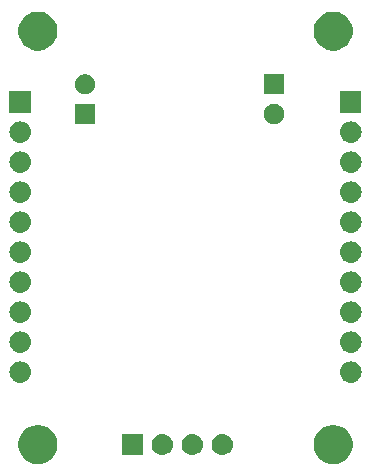
<source format=gbr>
G04 #@! TF.GenerationSoftware,KiCad,Pcbnew,5.1.2-1.fc30*
G04 #@! TF.CreationDate,2019-06-09T13:39:02+09:00*
G04 #@! TF.ProjectId,driver,64726976-6572-42e6-9b69-6361645f7063,rev?*
G04 #@! TF.SameCoordinates,Original*
G04 #@! TF.FileFunction,Soldermask,Bot*
G04 #@! TF.FilePolarity,Negative*
%FSLAX46Y46*%
G04 Gerber Fmt 4.6, Leading zero omitted, Abs format (unit mm)*
G04 Created by KiCad (PCBNEW 5.1.2-1.fc30) date 2019-06-09 13:39:02*
%MOMM*%
%LPD*%
G04 APERTURE LIST*
%ADD10C,0.100000*%
G04 APERTURE END LIST*
D10*
G36*
X158375256Y-92391298D02*
G01*
X158481579Y-92412447D01*
X158782042Y-92536903D01*
X159052451Y-92717585D01*
X159282415Y-92947549D01*
X159463097Y-93217958D01*
X159587553Y-93518421D01*
X159651000Y-93837391D01*
X159651000Y-94162609D01*
X159587553Y-94481579D01*
X159463097Y-94782042D01*
X159282415Y-95052451D01*
X159052451Y-95282415D01*
X158782042Y-95463097D01*
X158481579Y-95587553D01*
X158375256Y-95608702D01*
X158162611Y-95651000D01*
X157837389Y-95651000D01*
X157624744Y-95608702D01*
X157518421Y-95587553D01*
X157217958Y-95463097D01*
X156947549Y-95282415D01*
X156717585Y-95052451D01*
X156536903Y-94782042D01*
X156412447Y-94481579D01*
X156349000Y-94162609D01*
X156349000Y-93837391D01*
X156412447Y-93518421D01*
X156536903Y-93217958D01*
X156717585Y-92947549D01*
X156947549Y-92717585D01*
X157217958Y-92536903D01*
X157518421Y-92412447D01*
X157624744Y-92391298D01*
X157837389Y-92349000D01*
X158162611Y-92349000D01*
X158375256Y-92391298D01*
X158375256Y-92391298D01*
G37*
G36*
X133375256Y-92391298D02*
G01*
X133481579Y-92412447D01*
X133782042Y-92536903D01*
X134052451Y-92717585D01*
X134282415Y-92947549D01*
X134463097Y-93217958D01*
X134587553Y-93518421D01*
X134651000Y-93837391D01*
X134651000Y-94162609D01*
X134587553Y-94481579D01*
X134463097Y-94782042D01*
X134282415Y-95052451D01*
X134052451Y-95282415D01*
X133782042Y-95463097D01*
X133481579Y-95587553D01*
X133375256Y-95608702D01*
X133162611Y-95651000D01*
X132837389Y-95651000D01*
X132624744Y-95608702D01*
X132518421Y-95587553D01*
X132217958Y-95463097D01*
X131947549Y-95282415D01*
X131717585Y-95052451D01*
X131536903Y-94782042D01*
X131412447Y-94481579D01*
X131349000Y-94162609D01*
X131349000Y-93837391D01*
X131412447Y-93518421D01*
X131536903Y-93217958D01*
X131717585Y-92947549D01*
X131947549Y-92717585D01*
X132217958Y-92536903D01*
X132518421Y-92412447D01*
X132624744Y-92391298D01*
X132837389Y-92349000D01*
X133162611Y-92349000D01*
X133375256Y-92391298D01*
X133375256Y-92391298D01*
G37*
G36*
X148730442Y-93105518D02*
G01*
X148796627Y-93112037D01*
X148966466Y-93163557D01*
X149122991Y-93247222D01*
X149158729Y-93276552D01*
X149260186Y-93359814D01*
X149343448Y-93461271D01*
X149372778Y-93497009D01*
X149456443Y-93653534D01*
X149507963Y-93823373D01*
X149525359Y-94000000D01*
X149507963Y-94176627D01*
X149456443Y-94346466D01*
X149372778Y-94502991D01*
X149343448Y-94538729D01*
X149260186Y-94640186D01*
X149158729Y-94723448D01*
X149122991Y-94752778D01*
X148966466Y-94836443D01*
X148796627Y-94887963D01*
X148730443Y-94894481D01*
X148664260Y-94901000D01*
X148575740Y-94901000D01*
X148509557Y-94894481D01*
X148443373Y-94887963D01*
X148273534Y-94836443D01*
X148117009Y-94752778D01*
X148081271Y-94723448D01*
X147979814Y-94640186D01*
X147896552Y-94538729D01*
X147867222Y-94502991D01*
X147783557Y-94346466D01*
X147732037Y-94176627D01*
X147714641Y-94000000D01*
X147732037Y-93823373D01*
X147783557Y-93653534D01*
X147867222Y-93497009D01*
X147896552Y-93461271D01*
X147979814Y-93359814D01*
X148081271Y-93276552D01*
X148117009Y-93247222D01*
X148273534Y-93163557D01*
X148443373Y-93112037D01*
X148509557Y-93105519D01*
X148575740Y-93099000D01*
X148664260Y-93099000D01*
X148730442Y-93105518D01*
X148730442Y-93105518D01*
G37*
G36*
X141901000Y-94901000D02*
G01*
X140099000Y-94901000D01*
X140099000Y-93099000D01*
X141901000Y-93099000D01*
X141901000Y-94901000D01*
X141901000Y-94901000D01*
G37*
G36*
X143650442Y-93105518D02*
G01*
X143716627Y-93112037D01*
X143886466Y-93163557D01*
X144042991Y-93247222D01*
X144078729Y-93276552D01*
X144180186Y-93359814D01*
X144263448Y-93461271D01*
X144292778Y-93497009D01*
X144376443Y-93653534D01*
X144427963Y-93823373D01*
X144445359Y-94000000D01*
X144427963Y-94176627D01*
X144376443Y-94346466D01*
X144292778Y-94502991D01*
X144263448Y-94538729D01*
X144180186Y-94640186D01*
X144078729Y-94723448D01*
X144042991Y-94752778D01*
X143886466Y-94836443D01*
X143716627Y-94887963D01*
X143650443Y-94894481D01*
X143584260Y-94901000D01*
X143495740Y-94901000D01*
X143429557Y-94894481D01*
X143363373Y-94887963D01*
X143193534Y-94836443D01*
X143037009Y-94752778D01*
X143001271Y-94723448D01*
X142899814Y-94640186D01*
X142816552Y-94538729D01*
X142787222Y-94502991D01*
X142703557Y-94346466D01*
X142652037Y-94176627D01*
X142634641Y-94000000D01*
X142652037Y-93823373D01*
X142703557Y-93653534D01*
X142787222Y-93497009D01*
X142816552Y-93461271D01*
X142899814Y-93359814D01*
X143001271Y-93276552D01*
X143037009Y-93247222D01*
X143193534Y-93163557D01*
X143363373Y-93112037D01*
X143429557Y-93105519D01*
X143495740Y-93099000D01*
X143584260Y-93099000D01*
X143650442Y-93105518D01*
X143650442Y-93105518D01*
G37*
G36*
X146190442Y-93105518D02*
G01*
X146256627Y-93112037D01*
X146426466Y-93163557D01*
X146582991Y-93247222D01*
X146618729Y-93276552D01*
X146720186Y-93359814D01*
X146803448Y-93461271D01*
X146832778Y-93497009D01*
X146916443Y-93653534D01*
X146967963Y-93823373D01*
X146985359Y-94000000D01*
X146967963Y-94176627D01*
X146916443Y-94346466D01*
X146832778Y-94502991D01*
X146803448Y-94538729D01*
X146720186Y-94640186D01*
X146618729Y-94723448D01*
X146582991Y-94752778D01*
X146426466Y-94836443D01*
X146256627Y-94887963D01*
X146190443Y-94894481D01*
X146124260Y-94901000D01*
X146035740Y-94901000D01*
X145969557Y-94894481D01*
X145903373Y-94887963D01*
X145733534Y-94836443D01*
X145577009Y-94752778D01*
X145541271Y-94723448D01*
X145439814Y-94640186D01*
X145356552Y-94538729D01*
X145327222Y-94502991D01*
X145243557Y-94346466D01*
X145192037Y-94176627D01*
X145174641Y-94000000D01*
X145192037Y-93823373D01*
X145243557Y-93653534D01*
X145327222Y-93497009D01*
X145356552Y-93461271D01*
X145439814Y-93359814D01*
X145541271Y-93276552D01*
X145577009Y-93247222D01*
X145733534Y-93163557D01*
X145903373Y-93112037D01*
X145969557Y-93105519D01*
X146035740Y-93099000D01*
X146124260Y-93099000D01*
X146190442Y-93105518D01*
X146190442Y-93105518D01*
G37*
G36*
X131610442Y-86965518D02*
G01*
X131676627Y-86972037D01*
X131846466Y-87023557D01*
X132002991Y-87107222D01*
X132038729Y-87136552D01*
X132140186Y-87219814D01*
X132223448Y-87321271D01*
X132252778Y-87357009D01*
X132336443Y-87513534D01*
X132387963Y-87683373D01*
X132405359Y-87860000D01*
X132387963Y-88036627D01*
X132336443Y-88206466D01*
X132252778Y-88362991D01*
X132223448Y-88398729D01*
X132140186Y-88500186D01*
X132038729Y-88583448D01*
X132002991Y-88612778D01*
X131846466Y-88696443D01*
X131676627Y-88747963D01*
X131610443Y-88754481D01*
X131544260Y-88761000D01*
X131455740Y-88761000D01*
X131389557Y-88754481D01*
X131323373Y-88747963D01*
X131153534Y-88696443D01*
X130997009Y-88612778D01*
X130961271Y-88583448D01*
X130859814Y-88500186D01*
X130776552Y-88398729D01*
X130747222Y-88362991D01*
X130663557Y-88206466D01*
X130612037Y-88036627D01*
X130594641Y-87860000D01*
X130612037Y-87683373D01*
X130663557Y-87513534D01*
X130747222Y-87357009D01*
X130776552Y-87321271D01*
X130859814Y-87219814D01*
X130961271Y-87136552D01*
X130997009Y-87107222D01*
X131153534Y-87023557D01*
X131323373Y-86972037D01*
X131389558Y-86965518D01*
X131455740Y-86959000D01*
X131544260Y-86959000D01*
X131610442Y-86965518D01*
X131610442Y-86965518D01*
G37*
G36*
X159610442Y-86965518D02*
G01*
X159676627Y-86972037D01*
X159846466Y-87023557D01*
X160002991Y-87107222D01*
X160038729Y-87136552D01*
X160140186Y-87219814D01*
X160223448Y-87321271D01*
X160252778Y-87357009D01*
X160336443Y-87513534D01*
X160387963Y-87683373D01*
X160405359Y-87860000D01*
X160387963Y-88036627D01*
X160336443Y-88206466D01*
X160252778Y-88362991D01*
X160223448Y-88398729D01*
X160140186Y-88500186D01*
X160038729Y-88583448D01*
X160002991Y-88612778D01*
X159846466Y-88696443D01*
X159676627Y-88747963D01*
X159610443Y-88754481D01*
X159544260Y-88761000D01*
X159455740Y-88761000D01*
X159389557Y-88754481D01*
X159323373Y-88747963D01*
X159153534Y-88696443D01*
X158997009Y-88612778D01*
X158961271Y-88583448D01*
X158859814Y-88500186D01*
X158776552Y-88398729D01*
X158747222Y-88362991D01*
X158663557Y-88206466D01*
X158612037Y-88036627D01*
X158594641Y-87860000D01*
X158612037Y-87683373D01*
X158663557Y-87513534D01*
X158747222Y-87357009D01*
X158776552Y-87321271D01*
X158859814Y-87219814D01*
X158961271Y-87136552D01*
X158997009Y-87107222D01*
X159153534Y-87023557D01*
X159323373Y-86972037D01*
X159389558Y-86965518D01*
X159455740Y-86959000D01*
X159544260Y-86959000D01*
X159610442Y-86965518D01*
X159610442Y-86965518D01*
G37*
G36*
X131610443Y-84425519D02*
G01*
X131676627Y-84432037D01*
X131846466Y-84483557D01*
X132002991Y-84567222D01*
X132038729Y-84596552D01*
X132140186Y-84679814D01*
X132223448Y-84781271D01*
X132252778Y-84817009D01*
X132336443Y-84973534D01*
X132387963Y-85143373D01*
X132405359Y-85320000D01*
X132387963Y-85496627D01*
X132336443Y-85666466D01*
X132252778Y-85822991D01*
X132223448Y-85858729D01*
X132140186Y-85960186D01*
X132038729Y-86043448D01*
X132002991Y-86072778D01*
X131846466Y-86156443D01*
X131676627Y-86207963D01*
X131610442Y-86214482D01*
X131544260Y-86221000D01*
X131455740Y-86221000D01*
X131389558Y-86214482D01*
X131323373Y-86207963D01*
X131153534Y-86156443D01*
X130997009Y-86072778D01*
X130961271Y-86043448D01*
X130859814Y-85960186D01*
X130776552Y-85858729D01*
X130747222Y-85822991D01*
X130663557Y-85666466D01*
X130612037Y-85496627D01*
X130594641Y-85320000D01*
X130612037Y-85143373D01*
X130663557Y-84973534D01*
X130747222Y-84817009D01*
X130776552Y-84781271D01*
X130859814Y-84679814D01*
X130961271Y-84596552D01*
X130997009Y-84567222D01*
X131153534Y-84483557D01*
X131323373Y-84432037D01*
X131389557Y-84425519D01*
X131455740Y-84419000D01*
X131544260Y-84419000D01*
X131610443Y-84425519D01*
X131610443Y-84425519D01*
G37*
G36*
X159610443Y-84425519D02*
G01*
X159676627Y-84432037D01*
X159846466Y-84483557D01*
X160002991Y-84567222D01*
X160038729Y-84596552D01*
X160140186Y-84679814D01*
X160223448Y-84781271D01*
X160252778Y-84817009D01*
X160336443Y-84973534D01*
X160387963Y-85143373D01*
X160405359Y-85320000D01*
X160387963Y-85496627D01*
X160336443Y-85666466D01*
X160252778Y-85822991D01*
X160223448Y-85858729D01*
X160140186Y-85960186D01*
X160038729Y-86043448D01*
X160002991Y-86072778D01*
X159846466Y-86156443D01*
X159676627Y-86207963D01*
X159610442Y-86214482D01*
X159544260Y-86221000D01*
X159455740Y-86221000D01*
X159389558Y-86214482D01*
X159323373Y-86207963D01*
X159153534Y-86156443D01*
X158997009Y-86072778D01*
X158961271Y-86043448D01*
X158859814Y-85960186D01*
X158776552Y-85858729D01*
X158747222Y-85822991D01*
X158663557Y-85666466D01*
X158612037Y-85496627D01*
X158594641Y-85320000D01*
X158612037Y-85143373D01*
X158663557Y-84973534D01*
X158747222Y-84817009D01*
X158776552Y-84781271D01*
X158859814Y-84679814D01*
X158961271Y-84596552D01*
X158997009Y-84567222D01*
X159153534Y-84483557D01*
X159323373Y-84432037D01*
X159389557Y-84425519D01*
X159455740Y-84419000D01*
X159544260Y-84419000D01*
X159610443Y-84425519D01*
X159610443Y-84425519D01*
G37*
G36*
X159610442Y-81885518D02*
G01*
X159676627Y-81892037D01*
X159846466Y-81943557D01*
X160002991Y-82027222D01*
X160038729Y-82056552D01*
X160140186Y-82139814D01*
X160223448Y-82241271D01*
X160252778Y-82277009D01*
X160336443Y-82433534D01*
X160387963Y-82603373D01*
X160405359Y-82780000D01*
X160387963Y-82956627D01*
X160336443Y-83126466D01*
X160252778Y-83282991D01*
X160223448Y-83318729D01*
X160140186Y-83420186D01*
X160038729Y-83503448D01*
X160002991Y-83532778D01*
X159846466Y-83616443D01*
X159676627Y-83667963D01*
X159610442Y-83674482D01*
X159544260Y-83681000D01*
X159455740Y-83681000D01*
X159389558Y-83674482D01*
X159323373Y-83667963D01*
X159153534Y-83616443D01*
X158997009Y-83532778D01*
X158961271Y-83503448D01*
X158859814Y-83420186D01*
X158776552Y-83318729D01*
X158747222Y-83282991D01*
X158663557Y-83126466D01*
X158612037Y-82956627D01*
X158594641Y-82780000D01*
X158612037Y-82603373D01*
X158663557Y-82433534D01*
X158747222Y-82277009D01*
X158776552Y-82241271D01*
X158859814Y-82139814D01*
X158961271Y-82056552D01*
X158997009Y-82027222D01*
X159153534Y-81943557D01*
X159323373Y-81892037D01*
X159389558Y-81885518D01*
X159455740Y-81879000D01*
X159544260Y-81879000D01*
X159610442Y-81885518D01*
X159610442Y-81885518D01*
G37*
G36*
X131610442Y-81885518D02*
G01*
X131676627Y-81892037D01*
X131846466Y-81943557D01*
X132002991Y-82027222D01*
X132038729Y-82056552D01*
X132140186Y-82139814D01*
X132223448Y-82241271D01*
X132252778Y-82277009D01*
X132336443Y-82433534D01*
X132387963Y-82603373D01*
X132405359Y-82780000D01*
X132387963Y-82956627D01*
X132336443Y-83126466D01*
X132252778Y-83282991D01*
X132223448Y-83318729D01*
X132140186Y-83420186D01*
X132038729Y-83503448D01*
X132002991Y-83532778D01*
X131846466Y-83616443D01*
X131676627Y-83667963D01*
X131610442Y-83674482D01*
X131544260Y-83681000D01*
X131455740Y-83681000D01*
X131389558Y-83674482D01*
X131323373Y-83667963D01*
X131153534Y-83616443D01*
X130997009Y-83532778D01*
X130961271Y-83503448D01*
X130859814Y-83420186D01*
X130776552Y-83318729D01*
X130747222Y-83282991D01*
X130663557Y-83126466D01*
X130612037Y-82956627D01*
X130594641Y-82780000D01*
X130612037Y-82603373D01*
X130663557Y-82433534D01*
X130747222Y-82277009D01*
X130776552Y-82241271D01*
X130859814Y-82139814D01*
X130961271Y-82056552D01*
X130997009Y-82027222D01*
X131153534Y-81943557D01*
X131323373Y-81892037D01*
X131389558Y-81885518D01*
X131455740Y-81879000D01*
X131544260Y-81879000D01*
X131610442Y-81885518D01*
X131610442Y-81885518D01*
G37*
G36*
X131610442Y-79345518D02*
G01*
X131676627Y-79352037D01*
X131846466Y-79403557D01*
X132002991Y-79487222D01*
X132038729Y-79516552D01*
X132140186Y-79599814D01*
X132223448Y-79701271D01*
X132252778Y-79737009D01*
X132336443Y-79893534D01*
X132387963Y-80063373D01*
X132405359Y-80240000D01*
X132387963Y-80416627D01*
X132336443Y-80586466D01*
X132252778Y-80742991D01*
X132223448Y-80778729D01*
X132140186Y-80880186D01*
X132038729Y-80963448D01*
X132002991Y-80992778D01*
X131846466Y-81076443D01*
X131676627Y-81127963D01*
X131610442Y-81134482D01*
X131544260Y-81141000D01*
X131455740Y-81141000D01*
X131389558Y-81134482D01*
X131323373Y-81127963D01*
X131153534Y-81076443D01*
X130997009Y-80992778D01*
X130961271Y-80963448D01*
X130859814Y-80880186D01*
X130776552Y-80778729D01*
X130747222Y-80742991D01*
X130663557Y-80586466D01*
X130612037Y-80416627D01*
X130594641Y-80240000D01*
X130612037Y-80063373D01*
X130663557Y-79893534D01*
X130747222Y-79737009D01*
X130776552Y-79701271D01*
X130859814Y-79599814D01*
X130961271Y-79516552D01*
X130997009Y-79487222D01*
X131153534Y-79403557D01*
X131323373Y-79352037D01*
X131389558Y-79345518D01*
X131455740Y-79339000D01*
X131544260Y-79339000D01*
X131610442Y-79345518D01*
X131610442Y-79345518D01*
G37*
G36*
X159610442Y-79345518D02*
G01*
X159676627Y-79352037D01*
X159846466Y-79403557D01*
X160002991Y-79487222D01*
X160038729Y-79516552D01*
X160140186Y-79599814D01*
X160223448Y-79701271D01*
X160252778Y-79737009D01*
X160336443Y-79893534D01*
X160387963Y-80063373D01*
X160405359Y-80240000D01*
X160387963Y-80416627D01*
X160336443Y-80586466D01*
X160252778Y-80742991D01*
X160223448Y-80778729D01*
X160140186Y-80880186D01*
X160038729Y-80963448D01*
X160002991Y-80992778D01*
X159846466Y-81076443D01*
X159676627Y-81127963D01*
X159610442Y-81134482D01*
X159544260Y-81141000D01*
X159455740Y-81141000D01*
X159389558Y-81134482D01*
X159323373Y-81127963D01*
X159153534Y-81076443D01*
X158997009Y-80992778D01*
X158961271Y-80963448D01*
X158859814Y-80880186D01*
X158776552Y-80778729D01*
X158747222Y-80742991D01*
X158663557Y-80586466D01*
X158612037Y-80416627D01*
X158594641Y-80240000D01*
X158612037Y-80063373D01*
X158663557Y-79893534D01*
X158747222Y-79737009D01*
X158776552Y-79701271D01*
X158859814Y-79599814D01*
X158961271Y-79516552D01*
X158997009Y-79487222D01*
X159153534Y-79403557D01*
X159323373Y-79352037D01*
X159389558Y-79345518D01*
X159455740Y-79339000D01*
X159544260Y-79339000D01*
X159610442Y-79345518D01*
X159610442Y-79345518D01*
G37*
G36*
X131610442Y-76805518D02*
G01*
X131676627Y-76812037D01*
X131846466Y-76863557D01*
X132002991Y-76947222D01*
X132038729Y-76976552D01*
X132140186Y-77059814D01*
X132223448Y-77161271D01*
X132252778Y-77197009D01*
X132336443Y-77353534D01*
X132387963Y-77523373D01*
X132405359Y-77700000D01*
X132387963Y-77876627D01*
X132336443Y-78046466D01*
X132252778Y-78202991D01*
X132223448Y-78238729D01*
X132140186Y-78340186D01*
X132038729Y-78423448D01*
X132002991Y-78452778D01*
X131846466Y-78536443D01*
X131676627Y-78587963D01*
X131610443Y-78594481D01*
X131544260Y-78601000D01*
X131455740Y-78601000D01*
X131389557Y-78594481D01*
X131323373Y-78587963D01*
X131153534Y-78536443D01*
X130997009Y-78452778D01*
X130961271Y-78423448D01*
X130859814Y-78340186D01*
X130776552Y-78238729D01*
X130747222Y-78202991D01*
X130663557Y-78046466D01*
X130612037Y-77876627D01*
X130594641Y-77700000D01*
X130612037Y-77523373D01*
X130663557Y-77353534D01*
X130747222Y-77197009D01*
X130776552Y-77161271D01*
X130859814Y-77059814D01*
X130961271Y-76976552D01*
X130997009Y-76947222D01*
X131153534Y-76863557D01*
X131323373Y-76812037D01*
X131389558Y-76805518D01*
X131455740Y-76799000D01*
X131544260Y-76799000D01*
X131610442Y-76805518D01*
X131610442Y-76805518D01*
G37*
G36*
X159610442Y-76805518D02*
G01*
X159676627Y-76812037D01*
X159846466Y-76863557D01*
X160002991Y-76947222D01*
X160038729Y-76976552D01*
X160140186Y-77059814D01*
X160223448Y-77161271D01*
X160252778Y-77197009D01*
X160336443Y-77353534D01*
X160387963Y-77523373D01*
X160405359Y-77700000D01*
X160387963Y-77876627D01*
X160336443Y-78046466D01*
X160252778Y-78202991D01*
X160223448Y-78238729D01*
X160140186Y-78340186D01*
X160038729Y-78423448D01*
X160002991Y-78452778D01*
X159846466Y-78536443D01*
X159676627Y-78587963D01*
X159610443Y-78594481D01*
X159544260Y-78601000D01*
X159455740Y-78601000D01*
X159389557Y-78594481D01*
X159323373Y-78587963D01*
X159153534Y-78536443D01*
X158997009Y-78452778D01*
X158961271Y-78423448D01*
X158859814Y-78340186D01*
X158776552Y-78238729D01*
X158747222Y-78202991D01*
X158663557Y-78046466D01*
X158612037Y-77876627D01*
X158594641Y-77700000D01*
X158612037Y-77523373D01*
X158663557Y-77353534D01*
X158747222Y-77197009D01*
X158776552Y-77161271D01*
X158859814Y-77059814D01*
X158961271Y-76976552D01*
X158997009Y-76947222D01*
X159153534Y-76863557D01*
X159323373Y-76812037D01*
X159389558Y-76805518D01*
X159455740Y-76799000D01*
X159544260Y-76799000D01*
X159610442Y-76805518D01*
X159610442Y-76805518D01*
G37*
G36*
X131610443Y-74265519D02*
G01*
X131676627Y-74272037D01*
X131846466Y-74323557D01*
X132002991Y-74407222D01*
X132038729Y-74436552D01*
X132140186Y-74519814D01*
X132223448Y-74621271D01*
X132252778Y-74657009D01*
X132336443Y-74813534D01*
X132387963Y-74983373D01*
X132405359Y-75160000D01*
X132387963Y-75336627D01*
X132336443Y-75506466D01*
X132252778Y-75662991D01*
X132223448Y-75698729D01*
X132140186Y-75800186D01*
X132038729Y-75883448D01*
X132002991Y-75912778D01*
X131846466Y-75996443D01*
X131676627Y-76047963D01*
X131610442Y-76054482D01*
X131544260Y-76061000D01*
X131455740Y-76061000D01*
X131389558Y-76054482D01*
X131323373Y-76047963D01*
X131153534Y-75996443D01*
X130997009Y-75912778D01*
X130961271Y-75883448D01*
X130859814Y-75800186D01*
X130776552Y-75698729D01*
X130747222Y-75662991D01*
X130663557Y-75506466D01*
X130612037Y-75336627D01*
X130594641Y-75160000D01*
X130612037Y-74983373D01*
X130663557Y-74813534D01*
X130747222Y-74657009D01*
X130776552Y-74621271D01*
X130859814Y-74519814D01*
X130961271Y-74436552D01*
X130997009Y-74407222D01*
X131153534Y-74323557D01*
X131323373Y-74272037D01*
X131389557Y-74265519D01*
X131455740Y-74259000D01*
X131544260Y-74259000D01*
X131610443Y-74265519D01*
X131610443Y-74265519D01*
G37*
G36*
X159610443Y-74265519D02*
G01*
X159676627Y-74272037D01*
X159846466Y-74323557D01*
X160002991Y-74407222D01*
X160038729Y-74436552D01*
X160140186Y-74519814D01*
X160223448Y-74621271D01*
X160252778Y-74657009D01*
X160336443Y-74813534D01*
X160387963Y-74983373D01*
X160405359Y-75160000D01*
X160387963Y-75336627D01*
X160336443Y-75506466D01*
X160252778Y-75662991D01*
X160223448Y-75698729D01*
X160140186Y-75800186D01*
X160038729Y-75883448D01*
X160002991Y-75912778D01*
X159846466Y-75996443D01*
X159676627Y-76047963D01*
X159610442Y-76054482D01*
X159544260Y-76061000D01*
X159455740Y-76061000D01*
X159389558Y-76054482D01*
X159323373Y-76047963D01*
X159153534Y-75996443D01*
X158997009Y-75912778D01*
X158961271Y-75883448D01*
X158859814Y-75800186D01*
X158776552Y-75698729D01*
X158747222Y-75662991D01*
X158663557Y-75506466D01*
X158612037Y-75336627D01*
X158594641Y-75160000D01*
X158612037Y-74983373D01*
X158663557Y-74813534D01*
X158747222Y-74657009D01*
X158776552Y-74621271D01*
X158859814Y-74519814D01*
X158961271Y-74436552D01*
X158997009Y-74407222D01*
X159153534Y-74323557D01*
X159323373Y-74272037D01*
X159389557Y-74265519D01*
X159455740Y-74259000D01*
X159544260Y-74259000D01*
X159610443Y-74265519D01*
X159610443Y-74265519D01*
G37*
G36*
X131610442Y-71725518D02*
G01*
X131676627Y-71732037D01*
X131846466Y-71783557D01*
X132002991Y-71867222D01*
X132038729Y-71896552D01*
X132140186Y-71979814D01*
X132223448Y-72081271D01*
X132252778Y-72117009D01*
X132336443Y-72273534D01*
X132387963Y-72443373D01*
X132405359Y-72620000D01*
X132387963Y-72796627D01*
X132336443Y-72966466D01*
X132252778Y-73122991D01*
X132223448Y-73158729D01*
X132140186Y-73260186D01*
X132038729Y-73343448D01*
X132002991Y-73372778D01*
X131846466Y-73456443D01*
X131676627Y-73507963D01*
X131610443Y-73514481D01*
X131544260Y-73521000D01*
X131455740Y-73521000D01*
X131389557Y-73514481D01*
X131323373Y-73507963D01*
X131153534Y-73456443D01*
X130997009Y-73372778D01*
X130961271Y-73343448D01*
X130859814Y-73260186D01*
X130776552Y-73158729D01*
X130747222Y-73122991D01*
X130663557Y-72966466D01*
X130612037Y-72796627D01*
X130594641Y-72620000D01*
X130612037Y-72443373D01*
X130663557Y-72273534D01*
X130747222Y-72117009D01*
X130776552Y-72081271D01*
X130859814Y-71979814D01*
X130961271Y-71896552D01*
X130997009Y-71867222D01*
X131153534Y-71783557D01*
X131323373Y-71732037D01*
X131389558Y-71725518D01*
X131455740Y-71719000D01*
X131544260Y-71719000D01*
X131610442Y-71725518D01*
X131610442Y-71725518D01*
G37*
G36*
X159610442Y-71725518D02*
G01*
X159676627Y-71732037D01*
X159846466Y-71783557D01*
X160002991Y-71867222D01*
X160038729Y-71896552D01*
X160140186Y-71979814D01*
X160223448Y-72081271D01*
X160252778Y-72117009D01*
X160336443Y-72273534D01*
X160387963Y-72443373D01*
X160405359Y-72620000D01*
X160387963Y-72796627D01*
X160336443Y-72966466D01*
X160252778Y-73122991D01*
X160223448Y-73158729D01*
X160140186Y-73260186D01*
X160038729Y-73343448D01*
X160002991Y-73372778D01*
X159846466Y-73456443D01*
X159676627Y-73507963D01*
X159610443Y-73514481D01*
X159544260Y-73521000D01*
X159455740Y-73521000D01*
X159389557Y-73514481D01*
X159323373Y-73507963D01*
X159153534Y-73456443D01*
X158997009Y-73372778D01*
X158961271Y-73343448D01*
X158859814Y-73260186D01*
X158776552Y-73158729D01*
X158747222Y-73122991D01*
X158663557Y-72966466D01*
X158612037Y-72796627D01*
X158594641Y-72620000D01*
X158612037Y-72443373D01*
X158663557Y-72273534D01*
X158747222Y-72117009D01*
X158776552Y-72081271D01*
X158859814Y-71979814D01*
X158961271Y-71896552D01*
X158997009Y-71867222D01*
X159153534Y-71783557D01*
X159323373Y-71732037D01*
X159389558Y-71725518D01*
X159455740Y-71719000D01*
X159544260Y-71719000D01*
X159610442Y-71725518D01*
X159610442Y-71725518D01*
G37*
G36*
X159610442Y-69185518D02*
G01*
X159676627Y-69192037D01*
X159846466Y-69243557D01*
X160002991Y-69327222D01*
X160038729Y-69356552D01*
X160140186Y-69439814D01*
X160223448Y-69541271D01*
X160252778Y-69577009D01*
X160336443Y-69733534D01*
X160387963Y-69903373D01*
X160405359Y-70080000D01*
X160387963Y-70256627D01*
X160336443Y-70426466D01*
X160252778Y-70582991D01*
X160223448Y-70618729D01*
X160140186Y-70720186D01*
X160038729Y-70803448D01*
X160002991Y-70832778D01*
X159846466Y-70916443D01*
X159676627Y-70967963D01*
X159610442Y-70974482D01*
X159544260Y-70981000D01*
X159455740Y-70981000D01*
X159389558Y-70974482D01*
X159323373Y-70967963D01*
X159153534Y-70916443D01*
X158997009Y-70832778D01*
X158961271Y-70803448D01*
X158859814Y-70720186D01*
X158776552Y-70618729D01*
X158747222Y-70582991D01*
X158663557Y-70426466D01*
X158612037Y-70256627D01*
X158594641Y-70080000D01*
X158612037Y-69903373D01*
X158663557Y-69733534D01*
X158747222Y-69577009D01*
X158776552Y-69541271D01*
X158859814Y-69439814D01*
X158961271Y-69356552D01*
X158997009Y-69327222D01*
X159153534Y-69243557D01*
X159323373Y-69192037D01*
X159389558Y-69185518D01*
X159455740Y-69179000D01*
X159544260Y-69179000D01*
X159610442Y-69185518D01*
X159610442Y-69185518D01*
G37*
G36*
X131610442Y-69185518D02*
G01*
X131676627Y-69192037D01*
X131846466Y-69243557D01*
X132002991Y-69327222D01*
X132038729Y-69356552D01*
X132140186Y-69439814D01*
X132223448Y-69541271D01*
X132252778Y-69577009D01*
X132336443Y-69733534D01*
X132387963Y-69903373D01*
X132405359Y-70080000D01*
X132387963Y-70256627D01*
X132336443Y-70426466D01*
X132252778Y-70582991D01*
X132223448Y-70618729D01*
X132140186Y-70720186D01*
X132038729Y-70803448D01*
X132002991Y-70832778D01*
X131846466Y-70916443D01*
X131676627Y-70967963D01*
X131610442Y-70974482D01*
X131544260Y-70981000D01*
X131455740Y-70981000D01*
X131389558Y-70974482D01*
X131323373Y-70967963D01*
X131153534Y-70916443D01*
X130997009Y-70832778D01*
X130961271Y-70803448D01*
X130859814Y-70720186D01*
X130776552Y-70618729D01*
X130747222Y-70582991D01*
X130663557Y-70426466D01*
X130612037Y-70256627D01*
X130594641Y-70080000D01*
X130612037Y-69903373D01*
X130663557Y-69733534D01*
X130747222Y-69577009D01*
X130776552Y-69541271D01*
X130859814Y-69439814D01*
X130961271Y-69356552D01*
X130997009Y-69327222D01*
X131153534Y-69243557D01*
X131323373Y-69192037D01*
X131389558Y-69185518D01*
X131455740Y-69179000D01*
X131544260Y-69179000D01*
X131610442Y-69185518D01*
X131610442Y-69185518D01*
G37*
G36*
X159610443Y-66645519D02*
G01*
X159676627Y-66652037D01*
X159846466Y-66703557D01*
X160002991Y-66787222D01*
X160038729Y-66816552D01*
X160140186Y-66899814D01*
X160223448Y-67001271D01*
X160252778Y-67037009D01*
X160336443Y-67193534D01*
X160387963Y-67363373D01*
X160405359Y-67540000D01*
X160387963Y-67716627D01*
X160336443Y-67886466D01*
X160252778Y-68042991D01*
X160223448Y-68078729D01*
X160140186Y-68180186D01*
X160038729Y-68263448D01*
X160002991Y-68292778D01*
X159846466Y-68376443D01*
X159676627Y-68427963D01*
X159610443Y-68434481D01*
X159544260Y-68441000D01*
X159455740Y-68441000D01*
X159389557Y-68434481D01*
X159323373Y-68427963D01*
X159153534Y-68376443D01*
X158997009Y-68292778D01*
X158961271Y-68263448D01*
X158859814Y-68180186D01*
X158776552Y-68078729D01*
X158747222Y-68042991D01*
X158663557Y-67886466D01*
X158612037Y-67716627D01*
X158594641Y-67540000D01*
X158612037Y-67363373D01*
X158663557Y-67193534D01*
X158747222Y-67037009D01*
X158776552Y-67001271D01*
X158859814Y-66899814D01*
X158961271Y-66816552D01*
X158997009Y-66787222D01*
X159153534Y-66703557D01*
X159323373Y-66652037D01*
X159389557Y-66645519D01*
X159455740Y-66639000D01*
X159544260Y-66639000D01*
X159610443Y-66645519D01*
X159610443Y-66645519D01*
G37*
G36*
X131610443Y-66645519D02*
G01*
X131676627Y-66652037D01*
X131846466Y-66703557D01*
X132002991Y-66787222D01*
X132038729Y-66816552D01*
X132140186Y-66899814D01*
X132223448Y-67001271D01*
X132252778Y-67037009D01*
X132336443Y-67193534D01*
X132387963Y-67363373D01*
X132405359Y-67540000D01*
X132387963Y-67716627D01*
X132336443Y-67886466D01*
X132252778Y-68042991D01*
X132223448Y-68078729D01*
X132140186Y-68180186D01*
X132038729Y-68263448D01*
X132002991Y-68292778D01*
X131846466Y-68376443D01*
X131676627Y-68427963D01*
X131610443Y-68434481D01*
X131544260Y-68441000D01*
X131455740Y-68441000D01*
X131389557Y-68434481D01*
X131323373Y-68427963D01*
X131153534Y-68376443D01*
X130997009Y-68292778D01*
X130961271Y-68263448D01*
X130859814Y-68180186D01*
X130776552Y-68078729D01*
X130747222Y-68042991D01*
X130663557Y-67886466D01*
X130612037Y-67716627D01*
X130594641Y-67540000D01*
X130612037Y-67363373D01*
X130663557Y-67193534D01*
X130747222Y-67037009D01*
X130776552Y-67001271D01*
X130859814Y-66899814D01*
X130961271Y-66816552D01*
X130997009Y-66787222D01*
X131153534Y-66703557D01*
X131323373Y-66652037D01*
X131389557Y-66645519D01*
X131455740Y-66639000D01*
X131544260Y-66639000D01*
X131610443Y-66645519D01*
X131610443Y-66645519D01*
G37*
G36*
X137851000Y-66851000D02*
G01*
X136149000Y-66851000D01*
X136149000Y-65149000D01*
X137851000Y-65149000D01*
X137851000Y-66851000D01*
X137851000Y-66851000D01*
G37*
G36*
X153248228Y-65181703D02*
G01*
X153403100Y-65245853D01*
X153542481Y-65338985D01*
X153661015Y-65457519D01*
X153754147Y-65596900D01*
X153818297Y-65751772D01*
X153851000Y-65916184D01*
X153851000Y-66083816D01*
X153818297Y-66248228D01*
X153754147Y-66403100D01*
X153661015Y-66542481D01*
X153542481Y-66661015D01*
X153403100Y-66754147D01*
X153248228Y-66818297D01*
X153083816Y-66851000D01*
X152916184Y-66851000D01*
X152751772Y-66818297D01*
X152596900Y-66754147D01*
X152457519Y-66661015D01*
X152338985Y-66542481D01*
X152245853Y-66403100D01*
X152181703Y-66248228D01*
X152149000Y-66083816D01*
X152149000Y-65916184D01*
X152181703Y-65751772D01*
X152245853Y-65596900D01*
X152338985Y-65457519D01*
X152457519Y-65338985D01*
X152596900Y-65245853D01*
X152751772Y-65181703D01*
X152916184Y-65149000D01*
X153083816Y-65149000D01*
X153248228Y-65181703D01*
X153248228Y-65181703D01*
G37*
G36*
X160401000Y-65901000D02*
G01*
X158599000Y-65901000D01*
X158599000Y-64099000D01*
X160401000Y-64099000D01*
X160401000Y-65901000D01*
X160401000Y-65901000D01*
G37*
G36*
X132401000Y-65901000D02*
G01*
X130599000Y-65901000D01*
X130599000Y-64099000D01*
X132401000Y-64099000D01*
X132401000Y-65901000D01*
X132401000Y-65901000D01*
G37*
G36*
X153851000Y-64351000D02*
G01*
X152149000Y-64351000D01*
X152149000Y-62649000D01*
X153851000Y-62649000D01*
X153851000Y-64351000D01*
X153851000Y-64351000D01*
G37*
G36*
X137248228Y-62681703D02*
G01*
X137403100Y-62745853D01*
X137542481Y-62838985D01*
X137661015Y-62957519D01*
X137754147Y-63096900D01*
X137818297Y-63251772D01*
X137851000Y-63416184D01*
X137851000Y-63583816D01*
X137818297Y-63748228D01*
X137754147Y-63903100D01*
X137661015Y-64042481D01*
X137542481Y-64161015D01*
X137403100Y-64254147D01*
X137248228Y-64318297D01*
X137083816Y-64351000D01*
X136916184Y-64351000D01*
X136751772Y-64318297D01*
X136596900Y-64254147D01*
X136457519Y-64161015D01*
X136338985Y-64042481D01*
X136245853Y-63903100D01*
X136181703Y-63748228D01*
X136149000Y-63583816D01*
X136149000Y-63416184D01*
X136181703Y-63251772D01*
X136245853Y-63096900D01*
X136338985Y-62957519D01*
X136457519Y-62838985D01*
X136596900Y-62745853D01*
X136751772Y-62681703D01*
X136916184Y-62649000D01*
X137083816Y-62649000D01*
X137248228Y-62681703D01*
X137248228Y-62681703D01*
G37*
G36*
X133375256Y-57391298D02*
G01*
X133481579Y-57412447D01*
X133782042Y-57536903D01*
X134052451Y-57717585D01*
X134282415Y-57947549D01*
X134463097Y-58217958D01*
X134587553Y-58518421D01*
X134651000Y-58837391D01*
X134651000Y-59162609D01*
X134587553Y-59481579D01*
X134463097Y-59782042D01*
X134282415Y-60052451D01*
X134052451Y-60282415D01*
X133782042Y-60463097D01*
X133481579Y-60587553D01*
X133375256Y-60608702D01*
X133162611Y-60651000D01*
X132837389Y-60651000D01*
X132624744Y-60608702D01*
X132518421Y-60587553D01*
X132217958Y-60463097D01*
X131947549Y-60282415D01*
X131717585Y-60052451D01*
X131536903Y-59782042D01*
X131412447Y-59481579D01*
X131349000Y-59162609D01*
X131349000Y-58837391D01*
X131412447Y-58518421D01*
X131536903Y-58217958D01*
X131717585Y-57947549D01*
X131947549Y-57717585D01*
X132217958Y-57536903D01*
X132518421Y-57412447D01*
X132624744Y-57391298D01*
X132837389Y-57349000D01*
X133162611Y-57349000D01*
X133375256Y-57391298D01*
X133375256Y-57391298D01*
G37*
G36*
X158375256Y-57391298D02*
G01*
X158481579Y-57412447D01*
X158782042Y-57536903D01*
X159052451Y-57717585D01*
X159282415Y-57947549D01*
X159463097Y-58217958D01*
X159587553Y-58518421D01*
X159651000Y-58837391D01*
X159651000Y-59162609D01*
X159587553Y-59481579D01*
X159463097Y-59782042D01*
X159282415Y-60052451D01*
X159052451Y-60282415D01*
X158782042Y-60463097D01*
X158481579Y-60587553D01*
X158375256Y-60608702D01*
X158162611Y-60651000D01*
X157837389Y-60651000D01*
X157624744Y-60608702D01*
X157518421Y-60587553D01*
X157217958Y-60463097D01*
X156947549Y-60282415D01*
X156717585Y-60052451D01*
X156536903Y-59782042D01*
X156412447Y-59481579D01*
X156349000Y-59162609D01*
X156349000Y-58837391D01*
X156412447Y-58518421D01*
X156536903Y-58217958D01*
X156717585Y-57947549D01*
X156947549Y-57717585D01*
X157217958Y-57536903D01*
X157518421Y-57412447D01*
X157624744Y-57391298D01*
X157837389Y-57349000D01*
X158162611Y-57349000D01*
X158375256Y-57391298D01*
X158375256Y-57391298D01*
G37*
M02*

</source>
